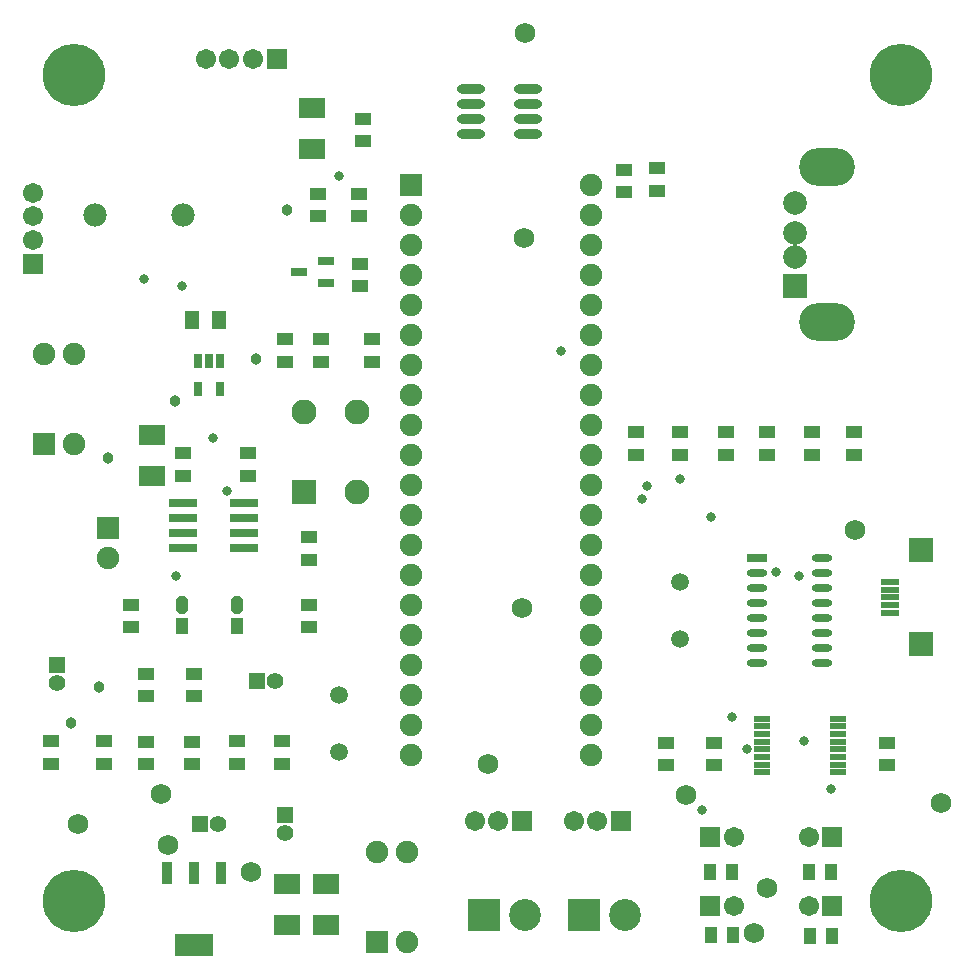
<source format=gts>
G04*
G04 #@! TF.GenerationSoftware,Altium Limited,Altium Designer,19.0.4 (130)*
G04*
G04 Layer_Color=8388736*
%FSLAX25Y25*%
%MOIN*%
G70*
G01*
G75*
%ADD38R,0.08674X0.06706*%
%ADD39R,0.05800X0.04300*%
%ADD40R,0.05524X0.02769*%
%ADD41R,0.04800X0.06300*%
%ADD42R,0.02769X0.04737*%
%ADD43R,0.09461X0.03162*%
%ADD44R,0.09461X0.03162*%
%ADD45R,0.03753X0.07493*%
%ADD46R,0.13005X0.07493*%
%ADD47R,0.04300X0.05800*%
G04:AMPARAMS|DCode=48|XSize=58mil|YSize=43mil|CornerRadius=0mil|HoleSize=0mil|Usage=FLASHONLY|Rotation=90.000|XOffset=0mil|YOffset=0mil|HoleType=Round|Shape=Octagon|*
%AMOCTAGOND48*
4,1,8,0.01075,0.02900,-0.01075,0.02900,-0.02150,0.01825,-0.02150,-0.01825,-0.01075,-0.02900,0.01075,-0.02900,0.02150,-0.01825,0.02150,0.01825,0.01075,0.02900,0.0*
%
%ADD48OCTAGOND48*%

%ADD49O,0.06706X0.02769*%
%ADD50R,0.06706X0.02769*%
%ADD51R,0.06312X0.02375*%
%ADD52R,0.08280X0.07887*%
%ADD53O,0.09461X0.03162*%
%ADD54R,0.05328X0.01981*%
%ADD55C,0.20800*%
%ADD56C,0.07493*%
%ADD57R,0.07493X0.07493*%
%ADD58C,0.06706*%
%ADD59R,0.06706X0.06706*%
%ADD60R,0.08280X0.08280*%
%ADD61C,0.08280*%
%ADD62C,0.05524*%
%ADD63R,0.05524X0.05524*%
%ADD64R,0.05524X0.05524*%
%ADD65R,0.07493X0.07493*%
%ADD66C,0.10642*%
%ADD67R,0.10642X0.10642*%
%ADD68O,0.18517X0.12611*%
%ADD69R,0.07887X0.07887*%
%ADD70C,0.07887*%
%ADD71R,0.06706X0.06706*%
%ADD72C,0.07800*%
%ADD73C,0.05918*%
%ADD74C,0.03200*%
%ADD75C,0.06800*%
%ADD76C,0.03800*%
D38*
X99000Y270500D02*
D03*
Y284279D02*
D03*
X103500Y11721D02*
D03*
Y25500D02*
D03*
X90500Y11721D02*
D03*
Y25500D02*
D03*
X45500Y161500D02*
D03*
Y175279D02*
D03*
D39*
X116000Y280500D02*
D03*
Y273020D02*
D03*
X114500Y248020D02*
D03*
Y255500D02*
D03*
X101000D02*
D03*
Y248020D02*
D03*
X115000Y224791D02*
D03*
Y232272D02*
D03*
X119000Y199520D02*
D03*
Y207000D02*
D03*
X102000Y199520D02*
D03*
Y207000D02*
D03*
X90000D02*
D03*
Y199520D02*
D03*
X98000Y141000D02*
D03*
Y133520D02*
D03*
Y111020D02*
D03*
Y118500D02*
D03*
X59500Y95500D02*
D03*
Y88020D02*
D03*
X43500Y95500D02*
D03*
Y88020D02*
D03*
X89000Y65520D02*
D03*
Y73000D02*
D03*
X29500D02*
D03*
Y65520D02*
D03*
X12000Y73000D02*
D03*
Y65520D02*
D03*
X59000Y65461D02*
D03*
Y72941D02*
D03*
X74000Y65520D02*
D03*
Y73000D02*
D03*
X250500Y168520D02*
D03*
Y176000D02*
D03*
X43500Y72941D02*
D03*
Y65461D02*
D03*
X55764Y169000D02*
D03*
Y161520D02*
D03*
X38500Y111020D02*
D03*
Y118500D02*
D03*
X77500Y169000D02*
D03*
Y161520D02*
D03*
X217000Y72500D02*
D03*
Y65020D02*
D03*
X233000D02*
D03*
Y72500D02*
D03*
X265500Y168520D02*
D03*
Y176000D02*
D03*
X279500Y168520D02*
D03*
Y176000D02*
D03*
X214000Y256520D02*
D03*
Y264000D02*
D03*
X221500Y168520D02*
D03*
Y176000D02*
D03*
X207000Y168520D02*
D03*
Y176000D02*
D03*
X237000D02*
D03*
Y168520D02*
D03*
X203000Y263480D02*
D03*
Y256000D02*
D03*
X290500Y65020D02*
D03*
Y72500D02*
D03*
D40*
X94500Y229449D02*
D03*
X103500Y233189D02*
D03*
Y225709D02*
D03*
D41*
X68000Y213500D02*
D03*
X59000D02*
D03*
D42*
X60760Y199953D02*
D03*
X68240D02*
D03*
X64500D02*
D03*
X68240Y190504D02*
D03*
X60760D02*
D03*
D43*
X76236Y142500D02*
D03*
Y147500D02*
D03*
Y152500D02*
D03*
X55764Y137500D02*
D03*
Y142500D02*
D03*
Y147500D02*
D03*
Y152500D02*
D03*
D44*
X76236Y137500D02*
D03*
D45*
X68555Y29000D02*
D03*
X59500D02*
D03*
X50445D02*
D03*
D46*
X59500Y5000D02*
D03*
D47*
X272240Y8250D02*
D03*
X264759D02*
D03*
X271980Y29500D02*
D03*
X264500D02*
D03*
X231760Y8500D02*
D03*
X239241D02*
D03*
X231563Y29500D02*
D03*
X239043D02*
D03*
X55500Y111500D02*
D03*
X74000D02*
D03*
D48*
X55500Y118500D02*
D03*
X74000D02*
D03*
D49*
X268835Y99000D02*
D03*
Y104000D02*
D03*
Y109000D02*
D03*
Y114000D02*
D03*
Y119000D02*
D03*
Y124000D02*
D03*
Y129000D02*
D03*
Y134000D02*
D03*
X247165Y99000D02*
D03*
Y104000D02*
D03*
Y109000D02*
D03*
Y114000D02*
D03*
Y119000D02*
D03*
Y124000D02*
D03*
Y129000D02*
D03*
D50*
Y134000D02*
D03*
D51*
X291500Y115941D02*
D03*
Y118500D02*
D03*
Y121059D02*
D03*
Y123618D02*
D03*
Y126177D02*
D03*
D52*
X301933Y105311D02*
D03*
Y136807D02*
D03*
D53*
X152051Y290500D02*
D03*
Y285500D02*
D03*
Y280500D02*
D03*
Y275500D02*
D03*
X170949Y290500D02*
D03*
Y285500D02*
D03*
Y280500D02*
D03*
Y275500D02*
D03*
D54*
X274197Y67823D02*
D03*
Y62705D02*
D03*
Y65264D02*
D03*
Y70382D02*
D03*
Y72941D02*
D03*
Y75500D02*
D03*
Y78059D02*
D03*
Y80618D02*
D03*
X249000Y62705D02*
D03*
Y65264D02*
D03*
Y67823D02*
D03*
Y70382D02*
D03*
Y72941D02*
D03*
Y75500D02*
D03*
Y78059D02*
D03*
Y80618D02*
D03*
D55*
X295276Y19685D02*
D03*
X19685D02*
D03*
Y295276D02*
D03*
X295276D02*
D03*
D56*
X192000Y68500D02*
D03*
Y78500D02*
D03*
Y88500D02*
D03*
Y98500D02*
D03*
Y108500D02*
D03*
Y118500D02*
D03*
Y128500D02*
D03*
Y138500D02*
D03*
Y148500D02*
D03*
Y158500D02*
D03*
Y168500D02*
D03*
Y178500D02*
D03*
Y188500D02*
D03*
Y198500D02*
D03*
Y208500D02*
D03*
Y218500D02*
D03*
Y228500D02*
D03*
Y238500D02*
D03*
Y248500D02*
D03*
Y258500D02*
D03*
X132000Y68500D02*
D03*
Y78500D02*
D03*
Y88500D02*
D03*
Y98500D02*
D03*
Y108500D02*
D03*
Y118500D02*
D03*
Y128500D02*
D03*
Y138500D02*
D03*
Y148500D02*
D03*
Y158500D02*
D03*
Y168500D02*
D03*
Y178500D02*
D03*
Y188500D02*
D03*
Y198500D02*
D03*
Y208500D02*
D03*
Y218500D02*
D03*
Y228500D02*
D03*
Y238500D02*
D03*
Y248500D02*
D03*
X130500Y6000D02*
D03*
X120500Y36000D02*
D03*
X130500D02*
D03*
X19500Y202000D02*
D03*
X9500D02*
D03*
X19500Y172000D02*
D03*
X31000Y134000D02*
D03*
D57*
X132000Y258500D02*
D03*
D58*
X63500Y300500D02*
D03*
X79248D02*
D03*
X71374D02*
D03*
X186126Y46500D02*
D03*
X194000D02*
D03*
X153126D02*
D03*
X161000D02*
D03*
X264500Y18000D02*
D03*
Y41000D02*
D03*
X239437Y18000D02*
D03*
Y41000D02*
D03*
X6000Y255894D02*
D03*
Y240146D02*
D03*
Y248020D02*
D03*
D59*
X87122Y300500D02*
D03*
X201874Y46500D02*
D03*
X168874D02*
D03*
X272374Y18000D02*
D03*
Y41000D02*
D03*
X231563Y18000D02*
D03*
Y41000D02*
D03*
D60*
X96142Y156114D02*
D03*
D61*
X113858D02*
D03*
Y182886D02*
D03*
X96142D02*
D03*
D62*
X67453Y45500D02*
D03*
X90000Y42547D02*
D03*
X14000Y92547D02*
D03*
X86500Y93000D02*
D03*
D63*
X61547Y45500D02*
D03*
X80594Y93000D02*
D03*
D64*
X90000Y48453D02*
D03*
X14000Y98453D02*
D03*
D65*
X120500Y6000D02*
D03*
X9500Y172000D02*
D03*
X31000Y144000D02*
D03*
D66*
X203279Y15000D02*
D03*
X169890D02*
D03*
D67*
X189500D02*
D03*
X156110D02*
D03*
D68*
X270669Y264429D02*
D03*
Y212697D02*
D03*
D69*
X260000Y224783D02*
D03*
D70*
Y234626D02*
D03*
X260000Y252343D02*
D03*
X260000Y242500D02*
D03*
D71*
X6000Y232272D02*
D03*
D72*
X56000Y248500D02*
D03*
X26472D02*
D03*
D73*
X221500Y126000D02*
D03*
Y107102D02*
D03*
X108000Y88500D02*
D03*
Y69602D02*
D03*
D74*
Y261500D02*
D03*
X70500Y156500D02*
D03*
X53500Y128000D02*
D03*
X65809Y174000D02*
D03*
X55500Y224783D02*
D03*
X43000Y227000D02*
D03*
X229000Y50000D02*
D03*
X262874Y73000D02*
D03*
X261374Y128000D02*
D03*
X253500Y129500D02*
D03*
X182000Y203000D02*
D03*
X210500Y158000D02*
D03*
X208846Y153654D02*
D03*
X238990Y81000D02*
D03*
X244000Y70500D02*
D03*
X271874Y57000D02*
D03*
X231760Y147760D02*
D03*
X221500Y160500D02*
D03*
D75*
X169890Y309000D02*
D03*
X169721Y240961D02*
D03*
X169001Y117461D02*
D03*
X157501Y65461D02*
D03*
X223500Y55000D02*
D03*
X48500Y55500D02*
D03*
X250500Y24000D02*
D03*
X246223Y9000D02*
D03*
X308500Y52500D02*
D03*
X280000Y143500D02*
D03*
X78500Y29553D02*
D03*
X51000Y38500D02*
D03*
X21000Y45500D02*
D03*
D76*
X90500Y250000D02*
D03*
X28000Y91000D02*
D03*
X18500Y79000D02*
D03*
X80234Y200500D02*
D03*
X53130Y186630D02*
D03*
X31000Y167500D02*
D03*
M02*

</source>
